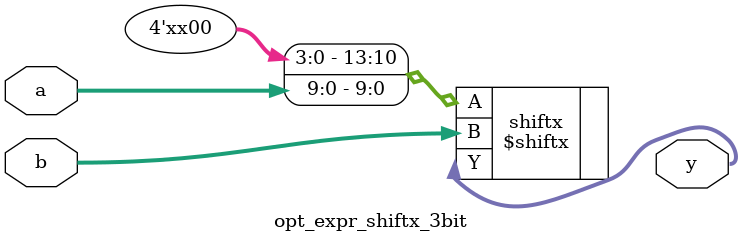
<source format=v>
module opt_expr_shiftx_3bit(input [9:0] a, input [3:0] b, output [2:0] y);
    \$shiftx #(.A_SIGNED(0), .B_SIGNED(0), .A_WIDTH(14), .B_WIDTH(4), .Y_WIDTH(3)) shiftx (.A({4'bxx00,a}), .B(b), .Y(y));
endmodule

</source>
